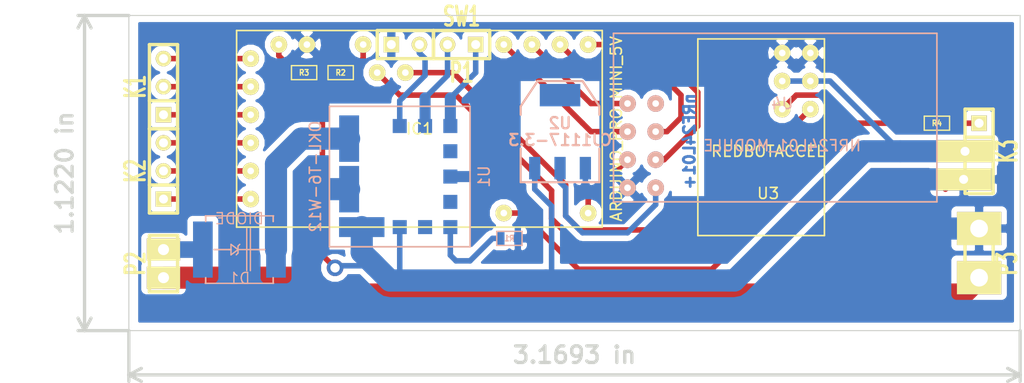
<source format=kicad_pcb>
(kicad_pcb (version 3) (host pcbnew "(2013-07-07 BZR 4022)-stable")

  (general
    (links 42)
    (no_connects 0)
    (area 9.000001 20.31873 101.63175 50.050001)
    (thickness 1.6)
    (drawings 19)
    (tracks 124)
    (zones 0)
    (modules 17)
    (nets 28)
  )

  (page A3)
  (layers
    (15 F.Cu signal)
    (0 B.Cu signal hide)
    (16 B.Adhes user)
    (17 F.Adhes user)
    (18 B.Paste user)
    (19 F.Paste user)
    (20 B.SilkS user)
    (21 F.SilkS user)
    (22 B.Mask user)
    (23 F.Mask user)
    (24 Dwgs.User user)
    (25 Cmts.User user)
    (26 Eco1.User user)
    (27 Eco2.User user)
    (28 Edge.Cuts user)
  )

  (setup
    (last_trace_width 2)
    (trace_clearance 0.254)
    (zone_clearance 0.508)
    (zone_45_only no)
    (trace_min 0.254)
    (segment_width 0.2)
    (edge_width 0.1)
    (via_size 1.5)
    (via_drill 0.85)
    (via_min_size 0.889)
    (via_min_drill 0.508)
    (uvia_size 0.508)
    (uvia_drill 0.127)
    (uvias_allowed no)
    (uvia_min_size 0.508)
    (uvia_min_drill 0.127)
    (pcb_text_width 0.3)
    (pcb_text_size 1.5 1.5)
    (mod_edge_width 0.15)
    (mod_text_size 1 1)
    (mod_text_width 0.15)
    (pad_size 2 5)
    (pad_drill 0.8128)
    (pad_to_mask_clearance 0)
    (aux_axis_origin 0 0)
    (visible_elements 7FFFFFFF)
    (pcbplotparams
      (layerselection 271613953)
      (usegerberextensions true)
      (excludeedgelayer true)
      (linewidth 0.150000)
      (plotframeref false)
      (viasonmask false)
      (mode 1)
      (useauxorigin false)
      (hpglpennumber 1)
      (hpglpenspeed 20)
      (hpglpendiameter 15)
      (hpglpenoverlay 2)
      (psnegative false)
      (psa4output false)
      (plotreference true)
      (plotvalue true)
      (plotothertext true)
      (plotinvisibletext false)
      (padsonsilk false)
      (subtractmaskfromsilk false)
      (outputformat 1)
      (mirror false)
      (drillshape 0)
      (scaleselection 1)
      (outputdirectory Gerbers/))
  )

  (net 0 "")
  (net 1 +5V)
  (net 2 /CE)
  (net 3 /CSN)
  (net 4 /LED)
  (net 5 /MISO)
  (net 6 /MOSI)
  (net 7 /SCK)
  (net 8 /SCL)
  (net 9 /SDA)
  (net 10 GND)
  (net 11 N-0000022)
  (net 12 N-0000023)
  (net 13 N-0000024)
  (net 14 N-0000025)
  (net 15 N-0000026)
  (net 16 N-0000027)
  (net 17 N-0000031)
  (net 18 N-0000032)
  (net 19 N-0000035)
  (net 20 N-0000036)
  (net 21 N-0000040)
  (net 22 N-0000041)
  (net 23 N-0000042)
  (net 24 N-0000048)
  (net 25 N-000005)
  (net 26 VAA)
  (net 27 VCC)

  (net_class Default "This is the default net class."
    (clearance 0.254)
    (trace_width 2)
    (via_dia 1.5)
    (via_drill 0.85)
    (uvia_dia 0.508)
    (uvia_drill 0.127)
    (add_net "")
    (add_net +5V)
    (add_net /CE)
    (add_net /CSN)
    (add_net /LED)
    (add_net /MISO)
    (add_net /MOSI)
    (add_net /SCK)
    (add_net /SCL)
    (add_net /SDA)
    (add_net GND)
    (add_net N-0000022)
    (add_net N-0000023)
    (add_net N-0000024)
    (add_net N-0000025)
    (add_net N-0000026)
    (add_net N-0000027)
    (add_net N-0000031)
    (add_net N-0000032)
    (add_net N-0000035)
    (add_net N-0000036)
    (add_net N-0000040)
    (add_net N-0000041)
    (add_net N-0000042)
    (add_net N-0000048)
    (add_net N-000005)
    (add_net VAA)
  )

  (net_class Power ""
    (clearance 0.254)
    (trace_width 1.5)
    (via_dia 0.889)
    (via_drill 0.635)
    (uvia_dia 0.508)
    (uvia_drill 0.127)
    (add_net VCC)
  )

  (module SOT223 (layer B.Cu) (tedit 200000) (tstamp 540105A8)
    (at 59.944 32.004 180)
    (descr "module CMS SOT223 4 pins")
    (tags "CMS SOT")
    (path /54001795)
    (attr smd)
    (fp_text reference U2 (at 0 0.762 180) (layer B.SilkS)
      (effects (font (size 1.016 1.016) (thickness 0.2032)) (justify mirror))
    )
    (fp_text value CJ1117-3.3 (at 0 -0.762 180) (layer B.SilkS)
      (effects (font (size 1.016 1.016) (thickness 0.2032)) (justify mirror))
    )
    (fp_line (start -3.556 -1.524) (end -3.556 -4.572) (layer B.SilkS) (width 0.2032))
    (fp_line (start -3.556 -4.572) (end 3.556 -4.572) (layer B.SilkS) (width 0.2032))
    (fp_line (start 3.556 -4.572) (end 3.556 -1.524) (layer B.SilkS) (width 0.2032))
    (fp_line (start -3.556 1.524) (end -3.556 2.286) (layer B.SilkS) (width 0.2032))
    (fp_line (start -3.556 2.286) (end -2.032 4.572) (layer B.SilkS) (width 0.2032))
    (fp_line (start -2.032 4.572) (end 2.032 4.572) (layer B.SilkS) (width 0.2032))
    (fp_line (start 2.032 4.572) (end 3.556 2.286) (layer B.SilkS) (width 0.2032))
    (fp_line (start 3.556 2.286) (end 3.556 1.524) (layer B.SilkS) (width 0.2032))
    (pad 4 smd rect (at 0 3.302 180) (size 3.6576 2.032)
      (layers B.Cu B.Paste B.Mask)
    )
    (pad 2 smd rect (at 0 -3.302 180) (size 1.016 2.032)
      (layers B.Cu B.Paste B.Mask)
      (net 18 N-0000032)
    )
    (pad 3 smd rect (at 2.286 -3.302 180) (size 1.016 2.032)
      (layers B.Cu B.Paste B.Mask)
      (net 1 +5V)
    )
    (pad 1 smd rect (at -2.286 -3.302 180) (size 1.016 2.032)
      (layers B.Cu B.Paste B.Mask)
      (net 10 GND)
    )
    (model smd/SOT223.wrl
      (at (xyz 0 0 0))
      (scale (xyz 0.4 0.4 0.4))
      (rotate (xyz 0 0 0))
    )
  )

  (module SM0603 (layer B.Cu) (tedit 4E43A3D1) (tstamp 540127A1)
    (at 55.372 41.656)
    (path /5400E945)
    (attr smd)
    (fp_text reference R1 (at 0 0) (layer B.SilkS)
      (effects (font (size 0.508 0.4572) (thickness 0.1143)) (justify mirror))
    )
    (fp_text value 1.33K (at 0 0) (layer B.SilkS) hide
      (effects (font (size 0.508 0.4572) (thickness 0.1143)) (justify mirror))
    )
    (fp_line (start -1.143 0.635) (end 1.143 0.635) (layer B.SilkS) (width 0.127))
    (fp_line (start 1.143 0.635) (end 1.143 -0.635) (layer B.SilkS) (width 0.127))
    (fp_line (start 1.143 -0.635) (end -1.143 -0.635) (layer B.SilkS) (width 0.127))
    (fp_line (start -1.143 -0.635) (end -1.143 0.635) (layer B.SilkS) (width 0.127))
    (pad 1 smd rect (at -0.762 0) (size 0.635 1.143)
      (layers B.Cu B.Paste B.Mask)
      (net 11 N-0000022)
    )
    (pad 2 smd rect (at 0.762 0) (size 0.635 1.143)
      (layers B.Cu B.Paste B.Mask)
      (net 10 GND)
    )
    (model smd\resistors\R0603.wrl
      (at (xyz 0 0 0.001))
      (scale (xyz 0.5 0.5 0.5))
      (rotate (xyz 0 0 0))
    )
  )

  (module SM0603 (layer F.Cu) (tedit 4E43A3D1) (tstamp 540105BC)
    (at 93.98 31.242)
    (path /5400F45E)
    (attr smd)
    (fp_text reference R4 (at 0 0) (layer F.SilkS)
      (effects (font (size 0.508 0.4572) (thickness 0.1143)))
    )
    (fp_text value 300 (at 0 0) (layer F.SilkS) hide
      (effects (font (size 0.508 0.4572) (thickness 0.1143)))
    )
    (fp_line (start -1.143 -0.635) (end 1.143 -0.635) (layer F.SilkS) (width 0.127))
    (fp_line (start 1.143 -0.635) (end 1.143 0.635) (layer F.SilkS) (width 0.127))
    (fp_line (start 1.143 0.635) (end -1.143 0.635) (layer F.SilkS) (width 0.127))
    (fp_line (start -1.143 0.635) (end -1.143 -0.635) (layer F.SilkS) (width 0.127))
    (pad 1 smd rect (at -0.762 0) (size 0.635 1.143)
      (layers F.Cu F.Paste F.Mask)
      (net 25 N-000005)
    )
    (pad 2 smd rect (at 0.762 0) (size 0.635 1.143)
      (layers F.Cu F.Paste F.Mask)
      (net 4 /LED)
    )
    (model smd\resistors\R0603.wrl
      (at (xyz 0 0 0.001))
      (scale (xyz 0.5 0.5 0.5))
      (rotate (xyz 0 0 0))
    )
  )

  (module SM0603 (layer F.Cu) (tedit 4E43A3D1) (tstamp 540105C6)
    (at 40.132 26.67)
    (path /5400FC9D)
    (attr smd)
    (fp_text reference R2 (at 0 0) (layer F.SilkS)
      (effects (font (size 0.508 0.4572) (thickness 0.1143)))
    )
    (fp_text value 0 (at 0 0) (layer F.SilkS) hide
      (effects (font (size 0.508 0.4572) (thickness 0.1143)))
    )
    (fp_line (start -1.143 -0.635) (end 1.143 -0.635) (layer F.SilkS) (width 0.127))
    (fp_line (start 1.143 -0.635) (end 1.143 0.635) (layer F.SilkS) (width 0.127))
    (fp_line (start 1.143 0.635) (end -1.143 0.635) (layer F.SilkS) (width 0.127))
    (fp_line (start -1.143 0.635) (end -1.143 -0.635) (layer F.SilkS) (width 0.127))
    (pad 1 smd rect (at -0.762 0) (size 0.635 1.143)
      (layers F.Cu F.Paste F.Mask)
      (net 1 +5V)
    )
    (pad 2 smd rect (at 0.762 0) (size 0.635 1.143)
      (layers F.Cu F.Paste F.Mask)
      (net 21 N-0000040)
    )
    (model smd\resistors\R0603.wrl
      (at (xyz 0 0 0.001))
      (scale (xyz 0.5 0.5 0.5))
      (rotate (xyz 0 0 0))
    )
  )

  (module SM0603 (layer F.Cu) (tedit 4E43A3D1) (tstamp 540105D0)
    (at 36.83 26.67 180)
    (path /5400FCA3)
    (attr smd)
    (fp_text reference R3 (at 0 0 180) (layer F.SilkS)
      (effects (font (size 0.508 0.4572) (thickness 0.1143)))
    )
    (fp_text value 0 (at 0 0 180) (layer F.SilkS) hide
      (effects (font (size 0.508 0.4572) (thickness 0.1143)))
    )
    (fp_line (start -1.143 -0.635) (end 1.143 -0.635) (layer F.SilkS) (width 0.127))
    (fp_line (start 1.143 -0.635) (end 1.143 0.635) (layer F.SilkS) (width 0.127))
    (fp_line (start 1.143 0.635) (end -1.143 0.635) (layer F.SilkS) (width 0.127))
    (fp_line (start -1.143 0.635) (end -1.143 -0.635) (layer F.SilkS) (width 0.127))
    (pad 1 smd rect (at -0.762 0 180) (size 0.635 1.143)
      (layers F.Cu F.Paste F.Mask)
      (net 1 +5V)
    )
    (pad 2 smd rect (at 0.762 0 180) (size 0.635 1.143)
      (layers F.Cu F.Paste F.Mask)
      (net 22 N-0000041)
    )
    (model smd\resistors\R0603.wrl
      (at (xyz 0 0 0.001))
      (scale (xyz 0.5 0.5 0.5))
      (rotate (xyz 0 0 0))
    )
  )

  (module SIL-3 (layer F.Cu) (tedit 200000) (tstamp 540105DC)
    (at 24.13 27.94 90)
    (descr "Connecteur 3 pins")
    (tags "CONN DEV")
    (path /5400E87D)
    (fp_text reference K1 (at 0 -2.54 90) (layer F.SilkS)
      (effects (font (size 1.7907 1.07696) (thickness 0.3048)))
    )
    (fp_text value CONN_3 (at 0 -2.54 90) (layer F.SilkS) hide
      (effects (font (size 1.524 1.016) (thickness 0.3048)))
    )
    (fp_line (start -3.81 1.27) (end -3.81 -1.27) (layer F.SilkS) (width 0.3048))
    (fp_line (start -3.81 -1.27) (end 3.81 -1.27) (layer F.SilkS) (width 0.3048))
    (fp_line (start 3.81 -1.27) (end 3.81 1.27) (layer F.SilkS) (width 0.3048))
    (fp_line (start 3.81 1.27) (end -3.81 1.27) (layer F.SilkS) (width 0.3048))
    (fp_line (start -1.27 -1.27) (end -1.27 1.27) (layer F.SilkS) (width 0.3048))
    (pad 1 thru_hole rect (at -2.54 0 90) (size 1.397 1.397) (drill 0.8128)
      (layers *.Cu *.Mask F.SilkS)
      (net 12 N-0000023)
    )
    (pad 2 thru_hole circle (at 0 0 90) (size 1.397 1.397) (drill 0.8128)
      (layers *.Cu *.Mask F.SilkS)
      (net 24 N-0000048)
    )
    (pad 3 thru_hole circle (at 2.54 0 90) (size 1.397 1.397) (drill 0.8128)
      (layers *.Cu *.Mask F.SilkS)
      (net 23 N-0000042)
    )
  )

  (module SIL-3 (layer F.Cu) (tedit 200000) (tstamp 540105E8)
    (at 24.13 35.56 90)
    (descr "Connecteur 3 pins")
    (tags "CONN DEV")
    (path /5400E88A)
    (fp_text reference K2 (at 0 -2.54 90) (layer F.SilkS)
      (effects (font (size 1.7907 1.07696) (thickness 0.3048)))
    )
    (fp_text value CONN_3 (at 0 -2.54 90) (layer F.SilkS) hide
      (effects (font (size 1.524 1.016) (thickness 0.3048)))
    )
    (fp_line (start -3.81 1.27) (end -3.81 -1.27) (layer F.SilkS) (width 0.3048))
    (fp_line (start -3.81 -1.27) (end 3.81 -1.27) (layer F.SilkS) (width 0.3048))
    (fp_line (start 3.81 -1.27) (end 3.81 1.27) (layer F.SilkS) (width 0.3048))
    (fp_line (start 3.81 1.27) (end -3.81 1.27) (layer F.SilkS) (width 0.3048))
    (fp_line (start -1.27 -1.27) (end -1.27 1.27) (layer F.SilkS) (width 0.3048))
    (pad 1 thru_hole rect (at -2.54 0 90) (size 1.397 1.397) (drill 0.8128)
      (layers *.Cu *.Mask F.SilkS)
      (net 15 N-0000026)
    )
    (pad 2 thru_hole circle (at 0 0 90) (size 1.397 1.397) (drill 0.8128)
      (layers *.Cu *.Mask F.SilkS)
      (net 14 N-0000025)
    )
    (pad 3 thru_hole circle (at 2.54 0 90) (size 1.397 1.397) (drill 0.8128)
      (layers *.Cu *.Mask F.SilkS)
      (net 13 N-0000024)
    )
  )

  (module SIL-3 (layer F.Cu) (tedit 5402CAA7) (tstamp 540105F4)
    (at 97.79 33.782 270)
    (descr "Connecteur 3 pins")
    (tags "CONN DEV")
    (path /5400F2ED)
    (fp_text reference K3 (at 0 -2.54 270) (layer F.SilkS)
      (effects (font (size 1.7907 1.07696) (thickness 0.3048)))
    )
    (fp_text value CONN_3 (at 0 -2.54 270) (layer F.SilkS) hide
      (effects (font (size 1.524 1.016) (thickness 0.3048)))
    )
    (fp_line (start -3.81 1.27) (end -3.81 -1.27) (layer F.SilkS) (width 0.3048))
    (fp_line (start -3.81 -1.27) (end 3.81 -1.27) (layer F.SilkS) (width 0.3048))
    (fp_line (start 3.81 -1.27) (end 3.81 1.27) (layer F.SilkS) (width 0.3048))
    (fp_line (start 3.81 1.27) (end -3.81 1.27) (layer F.SilkS) (width 0.3048))
    (fp_line (start -1.27 -1.27) (end -1.27 1.27) (layer F.SilkS) (width 0.3048))
    (pad 1 thru_hole rect (at -2.54 0 270) (size 1.397 1.397) (drill 0.8128)
      (layers *.Cu *.Mask F.SilkS)
      (net 4 /LED)
    )
    (pad 2 thru_hole rect (at 0 1.27 270) (size 2 5) (drill 0.8128)
      (layers *.Cu *.Mask F.SilkS)
      (net 1 +5V)
    )
    (pad 3 thru_hole rect (at 2.54 1.397 270) (size 2 5) (drill 0.8128)
      (layers *.Cu *.Mask F.SilkS)
      (net 10 GND)
    )
  )

  (module SIL-2 (layer F.Cu) (tedit 540111BF) (tstamp 540105FE)
    (at 45.974 24.13)
    (descr "Connecteurs 2 pins")
    (tags "CONN DEV")
    (path /5400E936)
    (fp_text reference SW1 (at 5.08 -2.54) (layer F.SilkS)
      (effects (font (size 1.72974 1.08712) (thickness 0.3048)))
    )
    (fp_text value SPST (at 0 -2.54) (layer F.SilkS) hide
      (effects (font (size 1.524 1.016) (thickness 0.3048)))
    )
    (fp_line (start -2.54 1.27) (end -2.54 -1.27) (layer F.SilkS) (width 0.3048))
    (fp_line (start -2.54 -1.27) (end 2.54 -1.27) (layer F.SilkS) (width 0.3048))
    (fp_line (start 2.54 -1.27) (end 2.54 1.27) (layer F.SilkS) (width 0.3048))
    (fp_line (start 2.54 1.27) (end -2.54 1.27) (layer F.SilkS) (width 0.3048))
    (pad 1 thru_hole rect (at -1.27 0) (size 1.397 1.397) (drill 0.8128)
      (layers *.Cu *.Mask F.SilkS)
      (net 10 GND)
    )
    (pad 2 thru_hole circle (at 1.27 0) (size 1.397 1.397) (drill 0.8128)
      (layers *.Cu *.Mask F.SilkS)
      (net 16 N-0000027)
    )
  )

  (module SIL-2 (layer F.Cu) (tedit 200000) (tstamp 54010608)
    (at 51.054 24.13 180)
    (descr "Connecteurs 2 pins")
    (tags "CONN DEV")
    (path /5400F7F1)
    (fp_text reference P1 (at 0 -2.54 180) (layer F.SilkS)
      (effects (font (size 1.72974 1.08712) (thickness 0.3048)))
    )
    (fp_text value CONN_2 (at 0 -2.54 180) (layer F.SilkS) hide
      (effects (font (size 1.524 1.016) (thickness 0.3048)))
    )
    (fp_line (start -2.54 1.27) (end -2.54 -1.27) (layer F.SilkS) (width 0.3048))
    (fp_line (start -2.54 -1.27) (end 2.54 -1.27) (layer F.SilkS) (width 0.3048))
    (fp_line (start 2.54 -1.27) (end 2.54 1.27) (layer F.SilkS) (width 0.3048))
    (fp_line (start 2.54 1.27) (end -2.54 1.27) (layer F.SilkS) (width 0.3048))
    (pad 1 thru_hole rect (at -1.27 0 180) (size 1.397 1.397) (drill 0.8128)
      (layers *.Cu *.Mask F.SilkS)
      (net 20 N-0000036)
    )
    (pad 2 thru_hole circle (at 1.27 0 180) (size 1.397 1.397) (drill 0.8128)
      (layers *.Cu *.Mask F.SilkS)
      (net 19 N-0000035)
    )
  )

  (module RedBotAccel (layer F.Cu) (tedit 540103FC) (tstamp 54010B61)
    (at 82.55 24.892)
    (path /53FE7A8E)
    (fp_text reference U3 (at -3.81 12.7) (layer F.SilkS)
      (effects (font (size 1 1) (thickness 0.15)))
    )
    (fp_text value REDBOTACCEL (at -3.81 8.89) (layer F.SilkS)
      (effects (font (size 1 1) (thickness 0.15)))
    )
    (fp_line (start 1.27 -1.27) (end -10.16 -1.27) (layer F.SilkS) (width 0.15))
    (fp_line (start -10.16 -1.27) (end -10.16 16.51) (layer F.SilkS) (width 0.15))
    (fp_line (start -10.16 16.51) (end 1.27 16.51) (layer F.SilkS) (width 0.15))
    (fp_line (start 1.27 16.51) (end 1.27 -1.27) (layer F.SilkS) (width 0.15))
    (pad 2 thru_hole circle (at -2.54 0) (size 1.5 1.5) (drill 0.6)
      (layers *.Cu *.Mask F.SilkS)
      (net 10 GND)
    )
    (pad 2 thru_hole circle (at 0 0) (size 1.5 1.5) (drill 0.6)
      (layers *.Cu *.Mask F.SilkS)
      (net 10 GND)
    )
    (pad 1 thru_hole circle (at -2.54 2.54) (size 1.5 1.5) (drill 0.6)
      (layers *.Cu *.Mask F.SilkS)
      (net 1 +5V)
    )
    (pad 1 thru_hole circle (at 0 2.54) (size 1.5 1.5) (drill 0.6)
      (layers *.Cu *.Mask F.SilkS)
      (net 1 +5V)
    )
    (pad 3 thru_hole circle (at -2.54 5.08) (size 1.5 1.5) (drill 0.6)
      (layers *.Cu *.Mask F.SilkS)
      (net 8 /SCL)
    )
    (pad 4 thru_hole circle (at 0 5.08) (size 1.5 1.5) (drill 0.6)
      (layers *.Cu *.Mask F.SilkS)
      (net 9 /SDA)
    )
  )

  (module OKL-T6-W12 (layer B.Cu) (tedit 54010087) (tstamp 5401062A)
    (at 45.466 36.068 270)
    (path /53FE95D6)
    (fp_text reference U1 (at 0 -7.62 270) (layer B.SilkS)
      (effects (font (size 1 1) (thickness 0.15)) (justify mirror))
    )
    (fp_text value OKL-T6-W12 (at 0 7.62 270) (layer B.SilkS)
      (effects (font (size 1 1) (thickness 0.15)) (justify mirror))
    )
    (fp_line (start 6.35 6.35) (end -6.35 6.35) (layer B.SilkS) (width 0.15))
    (fp_line (start -6.35 6.35) (end -6.35 -6.35) (layer B.SilkS) (width 0.15))
    (fp_line (start -6.35 -6.35) (end 6.35 -6.35) (layer B.SilkS) (width 0.15))
    (fp_line (start 6.35 -6.35) (end 6.35 6.35) (layer B.SilkS) (width 0.15))
    (pad 1 smd rect (at -4.57 0 270) (size 1.27 1.27)
      (layers B.Cu B.Paste B.Mask)
      (net 16 N-0000027)
    )
    (pad 2 smd rect (at -3.43 4.57 270) (size 4.2 1.8)
      (layers B.Cu B.Paste B.Mask)
      (net 17 N-0000031)
    )
    (pad 3 smd rect (at 1.14 4.57 270) (size 4.2 1.8)
      (layers B.Cu B.Paste B.Mask)
      (net 10 GND)
    )
    (pad 4 smd rect (at 4.57 3.43 270) (size 1.8 4.1)
      (layers B.Cu B.Paste B.Mask)
      (net 1 +5V)
    )
    (pad 5 smd rect (at 4.57 0 270) (size 1.27 1.27)
      (layers B.Cu B.Paste B.Mask)
      (net 1 +5V)
    )
    (pad 6 smd rect (at 4.57 -4.57 270) (size 1.27 1.27)
      (layers B.Cu B.Paste B.Mask)
      (net 11 N-0000022)
    )
    (pad 7 smd rect (at 0 -4.57 270) (size 1.27 1.27)
      (layers B.Cu B.Paste B.Mask)
      (net 10 GND)
    )
    (pad 8 smd rect (at -2.29 -4.57 270) (size 1.27 1.27)
      (layers B.Cu B.Paste B.Mask)
    )
    (pad 9 smd rect (at -4.57 -4.57 270) (size 1.27 1.27)
      (layers B.Cu B.Paste B.Mask)
      (net 20 N-0000036)
    )
    (pad 10 smd rect (at -4.57 -2.29 270) (size 1.27 1.27)
      (layers B.Cu B.Paste B.Mask)
      (net 19 N-0000035)
    )
    (pad 11 smd rect (at 4.57 -2.29 270) (size 1.27 1.27)
      (layers B.Cu B.Paste B.Mask)
    )
    (pad 12 smd rect (at 2.29 -4.57 270) (size 1.27 1.27)
      (layers B.Cu B.Paste B.Mask)
    )
  )

  (module nRF24L01_Module (layer B.Cu) (tedit 54010528) (tstamp 5401063A)
    (at 66.04 37.084)
    (path /53FE90D5)
    (fp_text reference U4 (at 13.97 -7.62) (layer B.SilkS)
      (effects (font (size 1 1) (thickness 0.15)) (justify mirror))
    )
    (fp_text value NRF24L01_MODULE (at 13.97 -3.81) (layer B.SilkS)
      (effects (font (size 1 1) (thickness 0.15)) (justify mirror))
    )
    (fp_line (start -1.27 1.27) (end -1.27 -13.97) (layer B.SilkS) (width 0.15))
    (fp_line (start -1.27 -13.97) (end 27.94 -13.97) (layer B.SilkS) (width 0.15))
    (fp_line (start 27.94 -13.97) (end 27.94 1.27) (layer B.SilkS) (width 0.15))
    (fp_line (start 27.94 1.27) (end -1.27 1.27) (layer B.SilkS) (width 0.15))
    (pad 1 thru_hole circle (at 0 0) (size 1.5 1.5) (drill 0.6)
      (layers *.Cu *.Mask B.SilkS)
      (net 10 GND)
    )
    (pad 2 thru_hole circle (at 2.54 0) (size 1.5 1.5) (drill 0.6)
      (layers *.Cu *.Mask B.SilkS)
      (net 18 N-0000032)
    )
    (pad 3 thru_hole circle (at 0 -2.54) (size 1.5 1.5) (drill 0.6)
      (layers *.Cu *.Mask B.SilkS)
      (net 2 /CE)
    )
    (pad 4 thru_hole circle (at 2.54 -2.54) (size 1.5 1.5) (drill 0.6)
      (layers *.Cu *.Mask B.SilkS)
      (net 3 /CSN)
    )
    (pad 5 thru_hole circle (at 0 -5.08) (size 1.5 1.5) (drill 0.6)
      (layers *.Cu *.Mask B.SilkS)
      (net 7 /SCK)
    )
    (pad 6 thru_hole circle (at 2.54 -5.08) (size 1.5 1.5) (drill 0.6)
      (layers *.Cu *.Mask B.SilkS)
      (net 6 /MOSI)
    )
    (pad 7 thru_hole circle (at 0 -7.62) (size 1.5 1.5) (drill 0.6)
      (layers *.Cu *.Mask B.SilkS)
      (net 5 /MISO)
    )
    (pad 8 thru_hole circle (at 2.54 -7.62) (size 1.5 1.5) (drill 0.6)
      (layers *.Cu *.Mask B.SilkS)
    )
  )

  (module SIL-2 (layer F.Cu) (tedit 5402BDAD) (tstamp 54010B8E)
    (at 24.13 43.942 90)
    (descr "Connecteurs 2 pins")
    (tags "CONN DEV")
    (path /54010B89)
    (fp_text reference P2 (at 0 -2.54 90) (layer F.SilkS)
      (effects (font (size 1.72974 1.08712) (thickness 0.3048)))
    )
    (fp_text value CONN_2 (at 0 -2.54 90) (layer F.SilkS) hide
      (effects (font (size 1.524 1.016) (thickness 0.3048)))
    )
    (fp_line (start -2.54 1.27) (end -2.54 -1.27) (layer F.SilkS) (width 0.3048))
    (fp_line (start -2.54 -1.27) (end 2.54 -1.27) (layer F.SilkS) (width 0.3048))
    (fp_line (start 2.54 -1.27) (end 2.54 1.27) (layer F.SilkS) (width 0.3048))
    (fp_line (start 2.54 1.27) (end -2.54 1.27) (layer F.SilkS) (width 0.3048))
    (pad 1 thru_hole rect (at -1.27 0 90) (size 2 3) (drill 1)
      (layers *.Cu *.Mask F.SilkS)
      (net 26 VAA)
    )
    (pad 2 thru_hole rect (at 1.27 0 90) (size 2 3) (drill 1)
      (layers *.Cu *.Mask F.SilkS)
      (net 27 VCC)
    )
  )

  (module ArduinoProMini-5V-reduced (layer F.Cu) (tedit 540267C9) (tstamp 540127EF)
    (at 47.244 31.75 270)
    (descr ArduinoProMini-5V-reduced)
    (tags Arduino)
    (path /53FE524D)
    (fp_text reference IC1 (at 0 0 360) (layer F.SilkS)
      (effects (font (size 1 1) (thickness 0.15)))
    )
    (fp_text value ARDUINO_PRO_MINI_5V (at 0 -17.78 270) (layer F.SilkS)
      (effects (font (size 1 1) (thickness 0.15)))
    )
    (fp_line (start -8.89 -16.51) (end -8.89 16.51) (layer F.SilkS) (width 0.15))
    (fp_line (start -8.89 16.51) (end 8.89 16.51) (layer F.SilkS) (width 0.15))
    (fp_line (start 8.89 16.51) (end 8.89 -16.51) (layer F.SilkS) (width 0.15))
    (fp_line (start 8.89 -16.51) (end -8.89 -16.51) (layer F.SilkS) (width 0.15))
    (pad 9 thru_hole circle (at 7.62 -7.62 270) (size 1.5 1.5) (drill 0.6)
      (layers *.Cu *.Mask F.SilkS)
      (net 25 N-000005)
    )
    (pad 12 thru_hole circle (at 7.62 -15.24 270) (size 1.5 1.5) (drill 0.6)
      (layers *.Cu *.Mask F.SilkS)
      (net 2 /CE)
    )
    (pad 13 thru_hole circle (at -7.62 -15.24 270) (size 1.5 1.5) (drill 0.6)
      (layers *.Cu *.Mask F.SilkS)
      (net 3 /CSN)
    )
    (pad 14 thru_hole circle (at -7.62 -12.7 270) (size 1.5 1.5) (drill 0.6)
      (layers *.Cu *.Mask F.SilkS)
      (net 6 /MOSI)
    )
    (pad 15 thru_hole circle (at -7.62 -10.16 270) (size 1.5 1.5) (drill 0.6)
      (layers *.Cu *.Mask F.SilkS)
      (net 5 /MISO)
    )
    (pad 16 thru_hole circle (at -7.62 -7.62 270) (size 1.5 1.5) (drill 0.6)
      (layers *.Cu *.Mask F.SilkS)
      (net 7 /SCK)
    )
    (pad 21 thru_hole circle (at -5.08 1.27 270) (size 1.5 1.5) (drill 0.6)
      (layers *.Cu *.Mask F.SilkS)
      (net 9 /SDA)
    )
    (pad 22 thru_hole circle (at -5.08 3.81 270) (size 1.5 1.5) (drill 0.6)
      (layers *.Cu *.Mask F.SilkS)
      (net 8 /SCL)
    )
    (pad 25 thru_hole circle (at -7.62 5.08 270) (size 1.5 1.5) (drill 0.6)
      (layers *.Cu *.Mask F.SilkS)
      (net 21 N-0000040)
    )
    (pad 27 thru_hole circle (at -7.62 10.16 270) (size 1.5 1.5) (drill 0.6)
      (layers *.Cu *.Mask F.SilkS)
      (net 10 GND)
    )
    (pad 28 thru_hole circle (at -7.62 12.7 270) (size 1.5 1.5) (drill 0.6)
      (layers *.Cu *.Mask F.SilkS)
      (net 22 N-0000041)
    )
    (pad 29 thru_hole circle (at -6.35 15.24 270) (size 1.5 1.5) (drill 0.6)
      (layers *.Cu *.Mask F.SilkS)
      (net 23 N-0000042)
    )
    (pad 30 thru_hole circle (at -3.81 15.24 270) (size 1.5 1.5) (drill 0.6)
      (layers *.Cu *.Mask F.SilkS)
      (net 24 N-0000048)
    )
    (pad 31 thru_hole circle (at -1.27 15.24 270) (size 1.5 1.5) (drill 0.6)
      (layers *.Cu *.Mask F.SilkS)
      (net 12 N-0000023)
    )
    (pad 32 thru_hole circle (at 1.27 15.24 270) (size 1.5 1.5) (drill 0.6)
      (layers *.Cu *.Mask F.SilkS)
      (net 13 N-0000024)
    )
    (pad 33 thru_hole circle (at 3.81 15.24 270) (size 1.5 1.5) (drill 0.6)
      (layers *.Cu *.Mask F.SilkS)
      (net 14 N-0000025)
    )
    (pad 34 thru_hole circle (at 6.35 15.24 270) (size 1.5 1.5) (drill 0.6)
      (layers *.Cu *.Mask F.SilkS)
      (net 15 N-0000026)
    )
  )

  (module SIL-2 (layer F.Cu) (tedit 5402C150) (tstamp 5402C15D)
    (at 97.79 43.942 270)
    (descr "Connecteurs 2 pins")
    (tags "CONN DEV")
    (path /54026DAF)
    (fp_text reference P3 (at 0 -2.54 270) (layer F.SilkS)
      (effects (font (size 1.72974 1.08712) (thickness 0.3048)))
    )
    (fp_text value CONN_2 (at 0 -2.54 270) (layer F.SilkS) hide
      (effects (font (size 1.524 1.016) (thickness 0.3048)))
    )
    (fp_line (start -2.54 1.27) (end -2.54 -1.27) (layer F.SilkS) (width 0.3048))
    (fp_line (start -2.54 -1.27) (end 2.54 -1.27) (layer F.SilkS) (width 0.3048))
    (fp_line (start 2.54 -1.27) (end 2.54 1.27) (layer F.SilkS) (width 0.3048))
    (fp_line (start 2.54 1.27) (end -2.54 1.27) (layer F.SilkS) (width 0.3048))
    (pad 1 thru_hole rect (at -3.175 0 270) (size 3 4) (drill 1.6)
      (layers *.Cu *.Mask F.SilkS)
      (net 10 GND)
    )
    (pad 2 thru_hole rect (at 1.27 0 270) (size 3 4) (drill 1.6)
      (layers *.Cu *.Mask F.SilkS)
      (net 26 VAA)
    )
  )

  (module "DO-214AB(HSMC)" (layer B.Cu) (tedit 540265DD) (tstamp 5402A094)
    (at 30.988 42.672)
    (descr "DO-214AB (HSMC)  PACKAGE.")
    (tags "DO-214AB HSMC")
    (path /54026191)
    (attr smd)
    (fp_text reference D1 (at 0 2.60096) (layer B.SilkS)
      (effects (font (size 1.00076 1.00076) (thickness 0.11938)) (justify mirror))
    )
    (fp_text value DIODE (at 0 -2.79908) (layer B.SilkS)
      (effects (font (size 1.00076 1.00076) (thickness 0.11938)) (justify mirror))
    )
    (fp_line (start 1.016 0) (end 2.286 0) (layer B.SilkS) (width 0.15))
    (fp_line (start -0.762 0) (end -2.286 0) (layer B.SilkS) (width 0.15))
    (fp_line (start 3.048 -3.048) (end 3.048 -2.54) (layer B.SilkS) (width 0.15))
    (fp_line (start -3.048 -3.048) (end -3.048 -2.54) (layer B.SilkS) (width 0.15))
    (fp_line (start 3.048 3.048) (end 3.048 2.54) (layer B.SilkS) (width 0.15))
    (fp_line (start -3.048 3.048) (end -3.048 2.54) (layer B.SilkS) (width 0.15))
    (fp_line (start -0.762 0) (end -0.9652 0) (layer B.SilkS) (width 0.127))
    (fp_line (start -3.09 3.05) (end 3.09 3.05) (layer B.SilkS) (width 0.127))
    (fp_line (start 0.6604 -1.905) (end 0.6604 1.905) (layer B.SilkS) (width 0.127))
    (fp_line (start 0.9906 -1.905) (end 0.9906 1.905) (layer B.SilkS) (width 0.127))
    (fp_line (start -3.09 -3.05) (end 3.09 -3.05) (layer B.SilkS) (width 0.127))
    (fp_line (start -0.127 0) (end -0.762 0.47498) (layer B.SilkS) (width 0.127))
    (fp_line (start -0.762 0.47498) (end -0.762 0) (layer B.SilkS) (width 0.127))
    (fp_line (start -0.762 0) (end -0.762 -0.47498) (layer B.SilkS) (width 0.127))
    (fp_line (start -0.762 -0.47498) (end -0.127 0) (layer B.SilkS) (width 0.127))
    (fp_line (start -0.127 0) (end -0.127 0.3175) (layer B.SilkS) (width 0.127))
    (fp_line (start -0.127 0.3175) (end -0.28448 0.47498) (layer B.SilkS) (width 0.127))
    (fp_line (start -0.127 0) (end -0.127 -0.3175) (layer B.SilkS) (width 0.127))
    (fp_line (start -0.127 -0.3175) (end 0.03048 -0.47498) (layer B.SilkS) (width 0.127))
    (fp_line (start -0.127 0) (end 0.98298 0) (layer B.SilkS) (width 0.127))
    (pad 1 smd rect (at -3.302 0) (size 1.778 5.08)
      (layers B.Cu B.Paste B.Mask)
      (net 27 VCC)
    )
    (pad 2 smd rect (at 3.302 0) (size 1.778 5.08)
      (layers B.Cu B.Paste B.Mask)
      (net 17 N-0000031)
    )
    (model smd/do214.wrl
      (at (xyz 0 0 0))
      (scale (xyz 1 1 1))
      (rotate (xyz 0 0 0))
    )
  )

  (gr_text nRF24L01+ (at 71.628 32.893 90) (layer B.Cu)
    (effects (font (size 1 1) (thickness 0.25)) (justify mirror))
  )
  (dimension 80.5 (width 0.3) (layer Edge.Cuts)
    (gr_text "80.500 mm" (at 61.25 55.349999) (layer Edge.Cuts)
      (effects (font (size 1.5 1.5) (thickness 0.3)))
    )
    (feature1 (pts (xy 21 50) (xy 21 56.699999)))
    (feature2 (pts (xy 101.5 50) (xy 101.5 56.699999)))
    (crossbar (pts (xy 101.5 53.999999) (xy 21 53.999999)))
    (arrow1a (pts (xy 21 53.999999) (xy 22.126503 53.413579)))
    (arrow1b (pts (xy 21 53.999999) (xy 22.126503 54.586419)))
    (arrow2a (pts (xy 101.5 53.999999) (xy 100.373497 53.413579)))
    (arrow2b (pts (xy 101.5 53.999999) (xy 100.373497 54.586419)))
  )
  (gr_text "ACCEL\n" (at 77.216 27.686 90) (layer F.Cu)
    (effects (font (size 1 1) (thickness 0.25)))
  )
  (gr_text Battery (at 29.21 47.752) (layer F.Cu)
    (effects (font (size 1 1) (thickness 0.25)))
  )
  (gr_text colinho (at 97.663 25.781) (layer F.Cu)
    (effects (font (size 1 1) (thickness 0.25)))
  )
  (gr_text "LEDlightTensegrity v1" (at 92.329 23.876) (layer F.Cu)
    (effects (font (size 1 1) (thickness 0.25)))
  )
  (gr_text "-\n" (at 24.13 47.752 180) (layer F.Cu)
    (effects (font (size 2 2) (thickness 0.5)))
  )
  (gr_text + (at 27.305 42.418 90) (layer F.Cu)
    (effects (font (size 2 2) (thickness 0.5)))
  )
  (gr_text Battery (at 91.186 42.164 90) (layer F.Cu)
    (effects (font (size 1 1) (thickness 0.25)))
  )
  (gr_text "-\n" (at 94.615 36.449 90) (layer F.Cu)
    (effects (font (size 2 2) (thickness 0.5)))
  )
  (gr_text + (at 93.472 44.323 90) (layer F.Cu)
    (effects (font (size 2 2) (thickness 0.5)))
  )
  (gr_text "-\n" (at 93.472 40.64 90) (layer F.Cu)
    (effects (font (size 2 2) (thickness 0.5)))
  )
  (dimension 28.5 (width 0.3) (layer Edge.Cuts)
    (gr_text "28.500 mm" (at 15.65 35.75 90) (layer Edge.Cuts)
      (effects (font (size 1.5 1.5) (thickness 0.3)))
    )
    (feature1 (pts (xy 21 21.5) (xy 14.3 21.5)))
    (feature2 (pts (xy 21 50) (xy 14.3 50)))
    (crossbar (pts (xy 17 50) (xy 17 21.5)))
    (arrow1a (pts (xy 17 21.5) (xy 17.58642 22.626503)))
    (arrow1b (pts (xy 17 21.5) (xy 16.41358 22.626503)))
    (arrow2a (pts (xy 17 50) (xy 17.58642 48.873497)))
    (arrow2b (pts (xy 17 50) (xy 16.41358 48.873497)))
  )
  (gr_line (start 101.5 50) (end 101.5 21.5) (angle 90) (layer Edge.Cuts) (width 0.1))
  (gr_line (start 21 50) (end 101.5 50) (angle 90) (layer Edge.Cuts) (width 0.1))
  (gr_line (start 21 21.5) (end 21 50) (angle 90) (layer Edge.Cuts) (width 0.1))
  (gr_line (start 21 21.5) (end 101.5 21.5) (angle 90) (layer Edge.Cuts) (width 0.1))
  (gr_text 5 (at 94.615 33.655 90) (layer F.Cu)
    (effects (font (size 2 2) (thickness 0.5)))
  )
  (gr_text S (at 97.79 28.575 90) (layer F.Cu)
    (effects (font (size 2 2) (thickness 0.5)))
  )

  (segment (start 82.55 27.432) (end 84.201 27.432) (width 0.5) (layer B.Cu) (net 1) (status 400000))
  (segment (start 84.328 27.432) (end 90.678 33.782) (width 0.5) (layer B.Cu) (net 1) (tstamp 5402CAF1))
  (segment (start 84.201 27.432) (end 84.328 27.432) (width 0.5) (layer B.Cu) (net 1) (tstamp 5402CAEB))
  (segment (start 96.52 33.782) (end 90.678 33.782) (width 2) (layer B.Cu) (net 1) (status 400000))
  (segment (start 90.678 33.782) (end 87.376 33.782) (width 2) (layer B.Cu) (net 1) (tstamp 5402CAF4))
  (segment (start 73.025 45.466) (end 58.674 45.466) (width 2) (layer B.Cu) (net 1))
  (segment (start 75.692 45.466) (end 87.376 33.782) (width 2) (layer B.Cu) (net 1) (tstamp 5402CADD))
  (segment (start 75.184 45.466) (end 75.692 45.466) (width 2) (layer B.Cu) (net 1) (tstamp 5402CAD3))
  (segment (start 73.025 45.466) (end 75.184 45.466) (width 2) (layer B.Cu) (net 1) (tstamp 5402CACF))
  (segment (start 57.658 35.306) (end 57.658 37.211) (width 0.5) (layer B.Cu) (net 1))
  (segment (start 59.182 44.958) (end 58.674 45.466) (width 0.5) (layer B.Cu) (net 1) (tstamp 5402BEF9))
  (segment (start 59.182 38.735) (end 59.182 44.958) (width 0.5) (layer B.Cu) (net 1) (tstamp 5402BEF2))
  (segment (start 57.658 37.211) (end 59.182 38.735) (width 0.5) (layer B.Cu) (net 1) (tstamp 5402BEF0))
  (segment (start 38.481 26.67) (end 38.481 43.18) (width 0.5) (layer F.Cu) (net 1))
  (segment (start 39.8145 44.1325) (end 43.2435 44.1325) (width 0.5) (layer B.Cu) (net 1) (tstamp 5402BD08))
  (segment (start 39.624 44.323) (end 39.8145 44.1325) (width 0.5) (layer B.Cu) (net 1) (tstamp 5402BD07))
  (via (at 39.624 44.323) (size 1.5) (layers F.Cu B.Cu) (net 1))
  (segment (start 38.481 43.18) (end 39.624 44.323) (width 0.5) (layer F.Cu) (net 1) (tstamp 5402BCFB))
  (segment (start 42.036 42.926) (end 42.037 42.926) (width 2) (layer B.Cu) (net 1))
  (segment (start 42.036 40.638) (end 42.036 42.926) (width 2) (layer B.Cu) (net 1))
  (segment (start 42.037 42.926) (end 43.2435 44.1325) (width 2) (layer B.Cu) (net 1) (tstamp 5402BC6F))
  (segment (start 42.799 43.688) (end 44.577 45.466) (width 2) (layer B.Cu) (net 1) (tstamp 5402BCC0))
  (segment (start 43.2435 44.1325) (end 42.799 43.688) (width 2) (layer B.Cu) (net 1) (tstamp 5402BD0B))
  (segment (start 44.577 45.466) (end 58.674 45.466) (width 2) (layer B.Cu) (net 1) (tstamp 5402BC7B))
  (segment (start 45.466 40.638) (end 45.466 45.72) (width 0.5) (layer B.Cu) (net 1))
  (segment (start 37.592 26.67) (end 38.481 26.67) (width 0.5) (layer F.Cu) (net 1))
  (segment (start 38.481 26.67) (end 38.354 26.67) (width 0.5) (layer F.Cu) (net 1) (tstamp 5402BCF9))
  (segment (start 38.354 26.67) (end 39.37 26.67) (width 0.5) (layer F.Cu) (net 1) (tstamp 54013441))
  (segment (start 80.01 27.432) (end 82.55 27.432) (width 0.5) (layer B.Cu) (net 1))
  (segment (start 66.04 34.544) (end 62.484 38.1) (width 0.5) (layer F.Cu) (net 2))
  (segment (start 62.484 38.1) (end 62.484 39.37) (width 0.5) (layer F.Cu) (net 2) (tstamp 5402BF9B))
  (segment (start 62.484 24.13) (end 68.072 24.13) (width 0.5) (layer F.Cu) (net 3))
  (segment (start 68.072 24.13) (end 69.85 25.908) (width 0.5) (layer F.Cu) (net 3) (tstamp 5402BA8C))
  (segment (start 69.342 34.544) (end 68.58 34.544) (width 0.5) (layer F.Cu) (net 3) (tstamp 5401146D))
  (segment (start 72.39 31.496) (end 69.342 34.544) (width 0.5) (layer F.Cu) (net 3) (tstamp 54011469))
  (segment (start 72.39 28.448) (end 72.39 31.496) (width 0.5) (layer F.Cu) (net 3) (tstamp 54011464))
  (segment (start 69.596 25.654) (end 69.85 25.908) (width 0.5) (layer F.Cu) (net 3) (tstamp 54011463))
  (segment (start 69.85 25.908) (end 72.39 28.448) (width 0.5) (layer F.Cu) (net 3) (tstamp 5402BA91))
  (segment (start 94.742 31.242) (end 97.79 31.242) (width 0.5) (layer F.Cu) (net 4))
  (segment (start 66.04 29.464) (end 62.738 29.464) (width 0.5) (layer F.Cu) (net 5))
  (segment (start 62.738 29.464) (end 57.404 24.13) (width 0.5) (layer F.Cu) (net 5) (tstamp 5402BA9F))
  (segment (start 59.944 24.13) (end 62.23 26.416) (width 0.5) (layer F.Cu) (net 6))
  (segment (start 69.596 27.432) (end 70.866 28.702) (width 0.5) (layer F.Cu) (net 6) (tstamp 54011456))
  (segment (start 70.866 28.702) (end 70.866 30.734) (width 0.5) (layer F.Cu) (net 6) (tstamp 54011457))
  (segment (start 70.866 30.734) (end 69.596 32.004) (width 0.5) (layer F.Cu) (net 6) (tstamp 5401145A))
  (segment (start 69.596 32.004) (end 68.58 32.004) (width 0.5) (layer F.Cu) (net 6) (tstamp 5401145D))
  (segment (start 68.58 26.416) (end 69.596 27.432) (width 0.5) (layer F.Cu) (net 6) (tstamp 5402BA97))
  (segment (start 62.23 26.416) (end 68.58 26.416) (width 0.5) (layer F.Cu) (net 6) (tstamp 5402BA93))
  (segment (start 54.864 24.13) (end 61.976 31.242) (width 0.5) (layer F.Cu) (net 7))
  (segment (start 62.738 32.004) (end 66.04 32.004) (width 0.5) (layer F.Cu) (net 7) (tstamp 5402BAAF))
  (segment (start 61.976 31.242) (end 62.738 32.004) (width 0.5) (layer F.Cu) (net 7) (tstamp 5402BAAA))
  (segment (start 80.01 29.972) (end 81.28 28.702) (width 0.5) (layer F.Cu) (net 8))
  (segment (start 45.466 28.702) (end 43.434 26.67) (width 0.5) (layer F.Cu) (net 8) (tstamp 5402BA6A))
  (segment (start 50.546 28.702) (end 45.466 28.702) (width 0.5) (layer F.Cu) (net 8) (tstamp 5402BA66))
  (segment (start 59.182 37.338) (end 50.546 28.702) (width 0.5) (layer F.Cu) (net 8) (tstamp 5402BA5F))
  (segment (start 59.182 39.878) (end 59.182 37.338) (width 0.5) (layer F.Cu) (net 8) (tstamp 5402BA5C))
  (segment (start 61.468 42.164) (end 59.182 39.878) (width 0.5) (layer F.Cu) (net 8) (tstamp 5402BA58))
  (segment (start 72.644 42.164) (end 61.468 42.164) (width 0.5) (layer F.Cu) (net 8) (tstamp 5402BA4D))
  (segment (start 84.328 30.48) (end 72.644 42.164) (width 0.5) (layer F.Cu) (net 8) (tstamp 5402BA44))
  (segment (start 84.328 29.21) (end 84.328 30.48) (width 0.5) (layer F.Cu) (net 8) (tstamp 5402BA3F))
  (segment (start 83.82 28.702) (end 84.328 29.21) (width 0.5) (layer F.Cu) (net 8) (tstamp 5402BA3D))
  (segment (start 81.28 28.702) (end 83.82 28.702) (width 0.5) (layer F.Cu) (net 8) (tstamp 5402BA39))
  (segment (start 82.55 29.972) (end 73.152 39.37) (width 0.5) (layer F.Cu) (net 9))
  (segment (start 50.292 26.67) (end 45.974 26.67) (width 0.5) (layer F.Cu) (net 9) (tstamp 5402BA0C))
  (segment (start 60.452 36.83) (end 50.292 26.67) (width 0.5) (layer F.Cu) (net 9) (tstamp 5402BA05))
  (segment (start 60.452 39.624) (end 60.452 36.83) (width 0.5) (layer F.Cu) (net 9) (tstamp 5402BA00))
  (segment (start 61.722 40.894) (end 60.452 39.624) (width 0.5) (layer F.Cu) (net 9) (tstamp 5402B9E6))
  (segment (start 71.628 40.894) (end 61.722 40.894) (width 0.5) (layer F.Cu) (net 9) (tstamp 5402B9D1))
  (segment (start 73.152 39.37) (end 71.628 40.894) (width 0.5) (layer F.Cu) (net 9) (tstamp 5402B9CD))
  (segment (start 96.393 36.322) (end 92.202 36.322) (width 2) (layer B.Cu) (net 10) (status 400000))
  (segment (start 97.79 40.767) (end 93.472 40.767) (width 2) (layer B.Cu) (net 10))
  (segment (start 62.23 35.306) (end 62.23 37.211) (width 0.5) (layer B.Cu) (net 10))
  (segment (start 40.896 37.208) (end 38.103 37.208) (width 2) (layer B.Cu) (net 10))
  (segment (start 38.103 37.208) (end 38.1 37.211) (width 1) (layer B.Cu) (net 10) (tstamp 54011746))
  (segment (start 50.036 36.068) (end 52.578 36.068) (width 1) (layer B.Cu) (net 10))
  (segment (start 50.036 40.638) (end 50.036 43.178) (width 0.5) (layer B.Cu) (net 11))
  (segment (start 53.848 41.656) (end 54.61 41.656) (width 0.5) (layer B.Cu) (net 11) (tstamp 5402BC3B))
  (segment (start 51.816 43.688) (end 53.848 41.656) (width 0.5) (layer B.Cu) (net 11) (tstamp 5402BC38))
  (segment (start 50.546 43.688) (end 51.816 43.688) (width 0.5) (layer B.Cu) (net 11) (tstamp 5402BC31))
  (segment (start 50.036 43.178) (end 50.546 43.688) (width 0.5) (layer B.Cu) (net 11) (tstamp 5402BC2E))
  (segment (start 24.13 30.48) (end 32.004 30.48) (width 0.5) (layer F.Cu) (net 12))
  (segment (start 24.13 33.02) (end 32.004 33.02) (width 0.5) (layer F.Cu) (net 13))
  (segment (start 24.13 35.56) (end 32.004 35.56) (width 0.5) (layer F.Cu) (net 14))
  (segment (start 24.13 38.1) (end 32.004 38.1) (width 0.5) (layer F.Cu) (net 15))
  (segment (start 47.244 24.13) (end 47.244 24.892) (width 0.5) (layer B.Cu) (net 16))
  (segment (start 45.466 29.21) (end 45.466 31.498) (width 0.5) (layer B.Cu) (net 16) (tstamp 540133E1))
  (segment (start 45.72 28.956) (end 45.466 29.21) (width 0.5) (layer B.Cu) (net 16) (tstamp 540133E0))
  (segment (start 47.752 26.924) (end 45.72 28.956) (width 0.5) (layer B.Cu) (net 16) (tstamp 540133DB))
  (segment (start 47.752 25.4) (end 47.752 26.924) (width 0.5) (layer B.Cu) (net 16) (tstamp 540133D9))
  (segment (start 47.244 24.892) (end 47.752 25.4) (width 0.5) (layer B.Cu) (net 16) (tstamp 540133D8))
  (segment (start 34.29 42.672) (end 34.29 34.925) (width 2) (layer B.Cu) (net 17))
  (segment (start 36.577 32.638) (end 40.896 32.638) (width 2) (layer B.Cu) (net 17) (tstamp 5402BBBD))
  (segment (start 34.29 34.925) (end 36.577 32.638) (width 2) (layer B.Cu) (net 17) (tstamp 5402BBA5))
  (segment (start 59.944 36.576) (end 59.944 35.306) (width 0.5) (layer B.Cu) (net 18) (tstamp 5402BEC8))
  (segment (start 60.452 37.084) (end 59.944 36.576) (width 0.5) (layer B.Cu) (net 18) (tstamp 5402BEC5))
  (segment (start 60.452 39.624) (end 60.452 37.084) (width 0.5) (layer B.Cu) (net 18) (tstamp 5402BEC0))
  (segment (start 61.976 41.148) (end 60.452 39.624) (width 0.5) (layer B.Cu) (net 18) (tstamp 5402BEBA))
  (segment (start 66.04 41.148) (end 61.976 41.148) (width 0.5) (layer B.Cu) (net 18))
  (segment (start 66.04 41.148) (end 68.58 38.608) (width 0.5) (layer B.Cu) (net 18) (tstamp 54012816))
  (segment (start 68.58 37.084) (end 68.58 38.608) (width 0.5) (layer B.Cu) (net 18) (tstamp 54012818))
  (segment (start 49.784 24.13) (end 49.784 26.924) (width 0.5) (layer B.Cu) (net 19))
  (segment (start 47.756 28.96) (end 47.756 31.498) (width 1) (layer B.Cu) (net 19))
  (segment (start 47.756 28.96) (end 47.752 28.956) (width 1) (layer B.Cu) (net 19) (tstamp 54011731))
  (segment (start 49.784 26.924) (end 47.752 28.956) (width 0.5) (layer B.Cu) (net 19) (tstamp 540133D3))
  (segment (start 52.324 24.13) (end 52.324 26.67) (width 0.5) (layer B.Cu) (net 20))
  (segment (start 52.324 26.67) (end 50.036 28.958) (width 0.5) (layer B.Cu) (net 20) (tstamp 540133CC))
  (segment (start 50.036 31.498) (end 50.036 28.958) (width 1) (layer B.Cu) (net 20))
  (segment (start 50.036 28.958) (end 50.038 28.956) (width 1) (layer B.Cu) (net 20) (tstamp 54011735))
  (segment (start 42.164 24.13) (end 42.164 25.4) (width 0.5) (layer F.Cu) (net 21))
  (segment (start 42.164 25.4) (end 40.894 26.67) (width 0.5) (layer F.Cu) (net 21) (tstamp 5401345C))
  (segment (start 34.544 24.13) (end 34.544 25.146) (width 0.5) (layer F.Cu) (net 22))
  (segment (start 34.544 25.146) (end 36.068 26.67) (width 0.5) (layer F.Cu) (net 22) (tstamp 54013455))
  (segment (start 24.13 25.4) (end 32.004 25.4) (width 0.5) (layer F.Cu) (net 23))
  (segment (start 24.13 27.94) (end 32.004 27.94) (width 0.5) (layer F.Cu) (net 24))
  (segment (start 54.864 39.37) (end 56.515 39.37) (width 0.5) (layer F.Cu) (net 25))
  (segment (start 73.66 44.45) (end 86.868 31.242) (width 0.5) (layer F.Cu) (net 25) (tstamp 54012669))
  (segment (start 86.868 31.242) (end 93.218 31.242) (width 0.5) (layer F.Cu) (net 25) (tstamp 5401266A))
  (segment (start 61.595 44.45) (end 73.66 44.45) (width 0.5) (layer F.Cu) (net 25) (tstamp 5402BD7F))
  (segment (start 56.515 39.37) (end 61.595 44.45) (width 0.5) (layer F.Cu) (net 25) (tstamp 5402BD7B))
  (segment (start 24.13 45.212) (end 36.83 45.212) (width 2) (layer F.Cu) (net 26))
  (segment (start 96.266 46.736) (end 97.79 45.212) (width 2) (layer F.Cu) (net 26) (tstamp 5402BD57))
  (segment (start 38.354 46.736) (end 96.266 46.736) (width 2) (layer F.Cu) (net 26) (tstamp 5402BD4E))
  (segment (start 36.83 45.212) (end 38.354 46.736) (width 2) (layer F.Cu) (net 26) (tstamp 5402BD43))
  (segment (start 27.686 42.672) (end 24.13 42.672) (width 1.5) (layer B.Cu) (net 27))

  (zone (net 10) (net_name GND) (layer B.Cu) (tstamp 540117F4) (hatch edge 0.508)
    (connect_pads (clearance 0.508))
    (min_thickness 0.254)
    (fill (arc_segments 16) (thermal_gap 0.508) (thermal_bridge_width 0.75))
    (polygon
      (pts
        (xy 101.092 49.276) (xy 21.844 49.276) (xy 21.844 22.098) (xy 101.092 22.098)
      )
    )
    (polygon
      (pts        (xy 39.116 29.464) (xy 51.816 29.464) (xy 51.816 42.672) (xy 39.116 42.672)
      )
    )
    (polygon
      (pts        (xy 56.388 36.576) (xy 63.5 36.576) (xy 63.5 27.432) (xy 56.388 27.432)
      )
    )
    (filled_polygon
      (pts
        (xy 100.815 49.149) (xy 100.42511 49.149) (xy 100.42511 46.586245) (xy 100.42511 43.586245) (xy 100.42511 42.392755)
        (xy 100.42511 39.141245) (xy 100.328641 38.907771) (xy 100.150168 38.728987) (xy 99.916864 38.632111) (xy 99.664245 38.63189)
        (xy 99.65511 38.63189) (xy 99.65511 34.656245) (xy 99.65511 32.656245) (xy 99.558641 32.422771) (xy 99.380168 32.243987)
        (xy 99.146864 32.147111) (xy 99.090295 32.147061) (xy 99.123389 32.067364) (xy 99.12361 31.814745) (xy 99.12361 30.417745)
        (xy 99.027141 30.184271) (xy 98.848668 30.005487) (xy 98.615364 29.908611) (xy 98.362745 29.90839) (xy 96.965745 29.90839)
        (xy 96.732271 30.004859) (xy 96.553487 30.183332) (xy 96.456611 30.416636) (xy 96.45639 30.669255) (xy 96.45639 32.066255)
        (xy 96.489707 32.14689) (xy 93.894245 32.14689) (xy 93.893978 32.147) (xy 90.678 32.147) (xy 90.294579 32.147)
        (xy 84.95379 26.80621) (xy 84.666675 26.614367) (xy 84.610484 26.603189) (xy 84.328 26.546999) (xy 84.327994 26.547)
        (xy 84.201 26.547) (xy 83.959669 26.547) (xy 83.959669 24.975384) (xy 83.884274 24.42958) (xy 83.820455 24.275506)
        (xy 83.594115 24.19861) (xy 83.24339 24.549335) (xy 83.24339 23.847885) (xy 83.166494 23.621545) (xy 82.633384 23.482331)
        (xy 82.08758 23.557726) (xy 81.933506 23.621545) (xy 81.85661 23.847885) (xy 82.55 24.541275) (xy 83.24339 23.847885)
        (xy 83.24339 24.549335) (xy 82.900725 24.892) (xy 83.594115 25.58539) (xy 83.820455 25.508494) (xy 83.959669 24.975384)
        (xy 83.959669 26.547) (xy 83.62352 26.547) (xy 83.335563 26.258539) (xy 83.135291 26.175379) (xy 83.166494 26.162455)
        (xy 83.24339 25.936115) (xy 82.55 25.242725) (xy 82.199275 25.59345) (xy 82.199275 24.892) (xy 81.505885 24.19861)
        (xy 81.28 24.275351) (xy 81.054115 24.19861) (xy 80.70339 24.549335) (xy 80.70339 23.847885) (xy 80.626494 23.621545)
        (xy 80.093384 23.482331) (xy 79.54758 23.557726) (xy 79.393506 23.621545) (xy 79.31661 23.847885) (xy 80.01 24.541275)
        (xy 80.70339 23.847885) (xy 80.70339 24.549335) (xy 80.360725 24.892) (xy 81.054115 25.58539) (xy 81.28 25.508648)
        (xy 81.505885 25.58539) (xy 82.199275 24.892) (xy 82.199275 25.59345) (xy 81.85661 25.936115) (xy 81.933506 26.162455)
        (xy 81.971623 26.172408) (xy 81.766486 26.25717) (xy 81.476149 26.547) (xy 81.08352 26.547) (xy 80.795563 26.258539)
        (xy 80.595291 26.175379) (xy 80.626494 26.162455) (xy 80.70339 25.936115) (xy 80.01 25.242725) (xy 79.659275 25.59345)
        (xy 79.659275 24.892) (xy 78.965885 24.19861) (xy 78.739545 24.275506) (xy 78.600331 24.808616) (xy 78.675726 25.35442)
        (xy 78.739545 25.508494) (xy 78.965885 25.58539) (xy 79.659275 24.892) (xy 79.659275 25.59345) (xy 79.31661 25.936115)
        (xy 79.393506 26.162455) (xy 79.431623 26.172408) (xy 79.226486 26.25717) (xy 78.836539 26.646437) (xy 78.625242 27.155298)
        (xy 78.624761 27.706285) (xy 78.83517 28.215514) (xy 79.224437 28.605461) (xy 79.456872 28.701976) (xy 79.226486 28.79717)
        (xy 78.836539 29.186437) (xy 78.625242 29.695298) (xy 78.624761 30.246285) (xy 78.83517 30.755514) (xy 79.224437 31.145461)
        (xy 79.733298 31.356758) (xy 80.284285 31.357239) (xy 80.793514 31.14683) (xy 81.183461 30.757563) (xy 81.279976 30.525127)
        (xy 81.37517 30.755514) (xy 81.764437 31.145461) (xy 82.273298 31.356758) (xy 82.824285 31.357239) (xy 83.333514 31.14683)
        (xy 83.723461 30.757563) (xy 83.934758 30.248702) (xy 83.935239 29.697715) (xy 83.72483 29.188486) (xy 83.335563 28.798539)
        (xy 83.103127 28.702023) (xy 83.333514 28.60683) (xy 83.62385 28.317) (xy 83.96142 28.317) (xy 87.79142 32.147)
        (xy 87.376 32.147) (xy 86.750312 32.271457) (xy 86.537851 32.413419) (xy 86.21988 32.62588) (xy 86.219877 32.625883)
        (xy 75.01476 43.831) (xy 73.025 43.831) (xy 63.627 43.831) (xy 60.067 43.831) (xy 60.067 40.490579)
        (xy 61.350207 41.773786) (xy 61.35021 41.77379) (xy 61.637325 41.965633) (xy 61.976 42.033) (xy 63.627 42.033)
        (xy 66.039994 42.033) (xy 66.04 42.033001) (xy 66.04 42.033) (xy 66.322484 41.97681) (xy 66.378674 41.965633)
        (xy 66.378675 41.965633) (xy 66.66579 41.77379) (xy 69.205786 39.233792) (xy 69.205789 39.23379) (xy 69.20579 39.23379)
        (xy 69.397633 38.946675) (xy 69.465 38.608) (xy 69.465 38.15752) (xy 69.753461 37.869563) (xy 69.918 37.473308)
        (xy 69.918 37.962524) (xy 73.088 37.962524) (xy 73.088 27.823476) (xy 69.918 27.823476) (xy 69.918 29.075387)
        (xy 69.75483 28.680486) (xy 69.365563 28.290539) (xy 68.856702 28.079242) (xy 68.305715 28.078761) (xy 67.796486 28.28917)
        (xy 67.406539 28.678437) (xy 67.310023 28.910872) (xy 67.21483 28.680486) (xy 66.825563 28.290539) (xy 66.316702 28.079242)
        (xy 65.765715 28.078761) (xy 65.256486 28.28917) (xy 64.866539 28.678437) (xy 64.655242 29.187298) (xy 64.654761 29.738285)
        (xy 64.86517 30.247514) (xy 65.254437 30.637461) (xy 65.486872 30.733976) (xy 65.256486 30.82917) (xy 64.866539 31.218437)
        (xy 64.655242 31.727298) (xy 64.654761 32.278285) (xy 64.86517 32.787514) (xy 65.254437 33.177461) (xy 65.486872 33.273976)
        (xy 65.256486 33.36917) (xy 64.866539 33.758437) (xy 64.655242 34.267298) (xy 64.654761 34.818285) (xy 64.86517 35.327514)
        (xy 65.254437 35.717461) (xy 65.454708 35.80062) (xy 65.423506 35.813545) (xy 65.34661 36.039885) (xy 66.04 36.733275)
        (xy 66.73339 36.039885) (xy 66.656494 35.813545) (xy 66.618376 35.803591) (xy 66.823514 35.71883) (xy 67.213461 35.329563)
        (xy 67.309976 35.097127) (xy 67.40517 35.327514) (xy 67.794437 35.717461) (xy 68.026872 35.813976) (xy 67.796486 35.90917)
        (xy 67.406539 36.298437) (xy 67.323379 36.498708) (xy 67.310455 36.467506) (xy 67.084115 36.39061) (xy 66.390725 37.084)
        (xy 67.084115 37.77739) (xy 67.310455 37.700494) (xy 67.320408 37.662376) (xy 67.40517 37.867514) (xy 67.695 38.15785)
        (xy 67.695 38.24142) (xy 66.73339 39.20303) (xy 66.73339 38.128115) (xy 66.04 37.434725) (xy 65.689275 37.78545)
        (xy 65.689275 37.084) (xy 64.995885 36.39061) (xy 64.769545 36.467506) (xy 64.630331 37.000616) (xy 64.705726 37.54642)
        (xy 64.769545 37.700494) (xy 64.995885 37.77739) (xy 65.689275 37.084) (xy 65.689275 37.78545) (xy 65.34661 38.128115)
        (xy 65.423506 38.354455) (xy 65.956616 38.493669) (xy 66.50242 38.418274) (xy 66.656494 38.354455) (xy 66.73339 38.128115)
        (xy 66.73339 39.20303) (xy 65.67342 40.263) (xy 63.627 40.263) (xy 63.549836 40.263) (xy 63.627 40.18597)
        (xy 63.657461 40.155563) (xy 63.868758 39.646702) (xy 63.869239 39.095715) (xy 63.65883 38.586486) (xy 63.627 38.5546)
        (xy 63.269563 38.196539) (xy 62.760702 37.985242) (xy 62.209715 37.984761) (xy 61.700486 38.19517) (xy 61.337 38.558022)
        (xy 61.337 37.084) (xy 61.275177 36.7732) (xy 61.362771 36.860641) (xy 61.596245 36.95711) (xy 61.82325 36.957)
        (xy 61.982 36.79825) (xy 61.982 36.703) (xy 62.478 36.703) (xy 62.478 36.79825) (xy 62.63675 36.957)
        (xy 62.863755 36.95711) (xy 63.097229 36.860641) (xy 63.255144 36.703) (xy 63.627 36.703) (xy 63.627 27.305)
        (xy 62.289707 27.305) (xy 62.132968 27.147987) (xy 61.899664 27.051111) (xy 61.647045 27.05089) (xy 57.989445 27.05089)
        (xy 57.755971 27.147359) (xy 57.598055 27.305) (xy 56.261 27.305) (xy 56.261 36.703) (xy 56.633092 36.703)
        (xy 56.773 36.843151) (xy 56.773 37.210994) (xy 56.772999 37.211) (xy 56.829189 37.493484) (xy 56.840367 37.549675)
        (xy 57.03221 37.83679) (xy 58.297 39.101579) (xy 58.297 43.831) (xy 57.08661 43.831) (xy 57.08661 42.101745)
        (xy 57.08661 41.210255) (xy 57.086389 40.957636) (xy 56.989513 40.724332) (xy 56.810729 40.545859) (xy 56.577255 40.44939)
        (xy 56.4515 40.4495) (xy 56.29275 40.60825) (xy 56.29275 41.408) (xy 56.92775 41.408) (xy 57.0865 41.24925)
        (xy 57.08661 41.210255) (xy 57.08661 42.101745) (xy 57.0865 42.06275) (xy 56.92775 41.904) (xy 56.29275 41.904)
        (xy 56.29275 42.70375) (xy 56.4515 42.8625) (xy 56.577255 42.86261) (xy 56.810729 42.766141) (xy 56.989513 42.587668)
        (xy 57.086389 42.354364) (xy 57.08661 42.101745) (xy 57.08661 43.831) (xy 52.924579 43.831) (xy 53.973126 42.782452)
        (xy 54.165636 42.862389) (xy 54.418255 42.86261) (xy 55.053255 42.86261) (xy 55.286729 42.766141) (xy 55.372 42.681018)
        (xy 55.457271 42.766141) (xy 55.690745 42.86261) (xy 55.8165 42.8625) (xy 55.97525 42.70375) (xy 55.97525 41.904)
        (xy 55.866 41.904) (xy 55.866 41.408) (xy 55.97525 41.408) (xy 55.97525 40.60825) (xy 55.8165 40.4495)
        (xy 55.743074 40.449435) (xy 56.037461 40.155563) (xy 56.248758 39.646702) (xy 56.249239 39.095715) (xy 56.03883 38.586486)
        (xy 55.649563 38.196539) (xy 55.140702 37.985242) (xy 54.589715 37.984761) (xy 54.080486 38.19517) (xy 53.690539 38.584437)
        (xy 53.479242 39.093298) (xy 53.478761 39.644285) (xy 53.68917 40.153514) (xy 54.03774 40.502693) (xy 53.933271 40.545859)
        (xy 53.754487 40.724332) (xy 53.724945 40.795477) (xy 53.724944 40.795477) (xy 53.509325 40.838367) (xy 53.22221 41.03021)
        (xy 53.222207 41.030213) (xy 51.943 42.30942) (xy 51.943 29.337) (xy 51.171 29.337) (xy 51.171 29.074579)
        (xy 52.949786 27.295792) (xy 52.949789 27.29579) (xy 52.94979 27.29579) (xy 53.141633 27.008675) (xy 53.209 26.67)
        (xy 53.209 25.43851) (xy 53.381729 25.367141) (xy 53.560513 25.188668) (xy 53.657389 24.955364) (xy 53.657492 24.836848)
        (xy 53.68917 24.913514) (xy 54.078437 25.303461) (xy 54.587298 25.514758) (xy 55.138285 25.515239) (xy 55.647514 25.30483)
        (xy 56.037461 24.915563) (xy 56.133976 24.683127) (xy 56.22917 24.913514) (xy 56.618437 25.303461) (xy 57.127298 25.514758)
        (xy 57.678285 25.515239) (xy 58.187514 25.30483) (xy 58.577461 24.915563) (xy 58.673976 24.683127) (xy 58.76917 24.913514)
        (xy 59.158437 25.303461) (xy 59.667298 25.514758) (xy 60.218285 25.515239) (xy 60.727514 25.30483) (xy 61.117461 24.915563)
        (xy 61.213976 24.683127) (xy 61.30917 24.913514) (xy 61.698437 25.303461) (xy 62.207298 25.514758) (xy 62.758285 25.515239)
        (xy 63.267514 25.30483) (xy 63.657461 24.915563) (xy 63.868758 24.406702) (xy 63.869239 23.855715) (xy 63.65883 23.346486)
        (xy 63.269563 22.956539) (xy 62.760702 22.745242) (xy 62.209715 22.744761) (xy 61.700486 22.95517) (xy 61.310539 23.344437)
        (xy 61.214023 23.576872) (xy 61.11883 23.346486) (xy 60.729563 22.956539) (xy 60.220702 22.745242) (xy 59.669715 22.744761)
        (xy 59.160486 22.95517) (xy 58.770539 23.344437) (xy 58.674023 23.576872) (xy 58.57883 23.346486) (xy 58.189563 22.956539)
        (xy 57.680702 22.745242) (xy 57.129715 22.744761) (xy 56.620486 22.95517) (xy 56.230539 23.344437) (xy 56.134023 23.576872)
        (xy 56.03883 23.346486) (xy 55.649563 22.956539) (xy 55.140702 22.745242) (xy 54.589715 22.744761) (xy 54.080486 22.95517)
        (xy 53.690539 23.344437) (xy 53.65761 23.423739) (xy 53.65761 23.305745) (xy 53.561141 23.072271) (xy 53.382668 22.893487)
        (xy 53.149364 22.796611) (xy 52.896745 22.79639) (xy 51.499745 22.79639) (xy 51.266271 22.892859) (xy 51.087487 23.071332)
        (xy 50.990611 23.304636) (xy 50.99039 23.557255) (xy 50.99039 23.557727) (xy 50.915145 23.37562) (xy 50.540353 23.000174)
        (xy 50.050413 22.796733) (xy 49.519914 22.79627) (xy 49.02962 22.998855) (xy 48.654174 23.373647) (xy 48.513906 23.711448)
        (xy 48.375145 23.37562) (xy 48.000353 23.000174) (xy 47.510413 22.796733) (xy 46.979914 22.79627) (xy 46.48962 22.998855)
        (xy 46.114174 23.373647) (xy 46.037609 23.558034) (xy 46.03761 23.557255) (xy 46.037389 23.304636) (xy 45.940513 23.071332)
        (xy 45.761729 22.892859) (xy 45.528255 22.79639) (xy 45.11075 22.7965) (xy 44.952 22.95525) (xy 44.952 23.882)
        (xy 44.972 23.882) (xy 44.972 24.378) (xy 44.952 24.378) (xy 44.952 25.30475) (xy 45.11075 25.4635)
        (xy 45.267033 25.463541) (xy 45.190486 25.49517) (xy 44.800539 25.884437) (xy 44.704023 26.116872) (xy 44.60883 25.886486)
        (xy 44.219563 25.496539) (xy 44.140095 25.463541) (xy 44.29725 25.4635) (xy 44.456 25.30475) (xy 44.456 24.378)
        (xy 44.436 24.378) (xy 44.436 23.882) (xy 44.456 23.882) (xy 44.456 22.95525) (xy 44.29725 22.7965)
        (xy 43.879745 22.79639) (xy 43.646271 22.892859) (xy 43.467487 23.071332) (xy 43.370611 23.304636) (xy 43.370507 23.423151)
        (xy 43.33883 23.346486) (xy 42.949563 22.956539) (xy 42.440702 22.745242) (xy 41.889715 22.744761) (xy 41.380486 22.95517)
        (xy 40.990539 23.344437) (xy 40.779242 23.853298) (xy 40.778761 24.404285) (xy 40.98917 24.913514) (xy 41.378437 25.303461)
        (xy 41.887298 25.514758) (xy 42.438285 25.515239) (xy 42.947514 25.30483) (xy 43.337461 24.915563) (xy 43.370506 24.83598)
        (xy 43.370611 24.955364) (xy 43.467487 25.188668) (xy 43.564101 25.285114) (xy 43.159715 25.284761) (xy 42.650486 25.49517)
        (xy 42.260539 25.884437) (xy 42.049242 26.393298) (xy 42.048761 26.944285) (xy 42.25917 27.453514) (xy 42.648437 27.843461)
        (xy 43.157298 28.054758) (xy 43.708285 28.055239) (xy 44.217514 27.84483) (xy 44.607461 27.455563) (xy 44.703976 27.223127)
        (xy 44.79917 27.453514) (xy 45.188437 27.843461) (xy 45.465791 27.958628) (xy 45.09421 28.33021) (xy 45.094207 28.330213)
        (xy 44.84021 28.58421) (xy 44.648367 28.871325) (xy 44.637189 28.927515) (xy 44.580999 29.21) (xy 44.581 29.210005)
        (xy 44.581 29.337) (xy 38.989 29.337) (xy 38.989 31.003) (xy 38.493669 31.003) (xy 38.493669 24.213384)
        (xy 38.418274 23.66758) (xy 38.354455 23.513506) (xy 38.128115 23.43661) (xy 37.77739 23.787335) (xy 37.77739 23.085885)
        (xy 37.700494 22.859545) (xy 37.167384 22.720331) (xy 36.62158 22.795726) (xy 36.467506 22.859545) (xy 36.39061 23.085885)
        (xy 37.084 23.779275) (xy 37.77739 23.085885) (xy 37.77739 23.787335) (xy 37.434725 24.13) (xy 38.128115 24.82339)
        (xy 38.354455 24.746494) (xy 38.493669 24.213384) (xy 38.493669 31.003) (xy 37.77739 31.003) (xy 37.77739 25.174115)
        (xy 37.084 24.480725) (xy 36.733275 24.83145) (xy 36.733275 24.13) (xy 36.039885 23.43661) (xy 35.813545 23.513506)
        (xy 35.803591 23.551623) (xy 35.71883 23.346486) (xy 35.329563 22.956539) (xy 34.820702 22.745242) (xy 34.269715 22.744761)
        (xy 33.760486 22.95517) (xy 33.370539 23.344437) (xy 33.159242 23.853298) (xy 33.158761 24.404285) (xy 33.36917 24.913514)
        (xy 33.758437 25.303461) (xy 34.267298 25.514758) (xy 34.818285 25.515239) (xy 35.327514 25.30483) (xy 35.717461 24.915563)
        (xy 35.80062 24.715291) (xy 35.813545 24.746494) (xy 36.039885 24.82339) (xy 36.733275 24.13) (xy 36.733275 24.83145)
        (xy 36.39061 25.174115) (xy 36.467506 25.400455) (xy 37.000616 25.539669) (xy 37.54642 25.464274) (xy 37.700494 25.400455)
        (xy 37.77739 25.174115) (xy 37.77739 31.003) (xy 36.577 31.003) (xy 35.951313 31.127457) (xy 35.42088 31.48188)
        (xy 35.420877 31.481883) (xy 33.234455 33.668304) (xy 33.388758 33.296702) (xy 33.389239 32.745715) (xy 33.17883 32.236486)
        (xy 32.789563 31.846539) (xy 32.557127 31.750023) (xy 32.787514 31.65483) (xy 33.177461 31.265563) (xy 33.388758 30.756702)
        (xy 33.389239 30.205715) (xy 33.17883 29.696486) (xy 32.789563 29.306539) (xy 32.557127 29.210023) (xy 32.787514 29.11483)
        (xy 33.177461 28.725563) (xy 33.388758 28.216702) (xy 33.389239 27.665715) (xy 33.17883 27.156486) (xy 32.789563 26.766539)
        (xy 32.557127 26.670023) (xy 32.787514 26.57483) (xy 33.177461 26.185563) (xy 33.388758 25.676702) (xy 33.389239 25.125715)
        (xy 33.17883 24.616486) (xy 32.789563 24.226539) (xy 32.280702 24.015242) (xy 31.729715 24.014761) (xy 31.220486 24.22517)
        (xy 30.830539 24.614437) (xy 30.619242 25.123298) (xy 30.618761 25.674285) (xy 30.82917 26.183514) (xy 31.218437 26.573461)
        (xy 31.450872 26.669976) (xy 31.220486 26.76517) (xy 30.830539 27.154437) (xy 30.619242 27.663298) (xy 30.618761 28.214285)
        (xy 30.82917 28.723514) (xy 31.218437 29.113461) (xy 31.450872 29.209976) (xy 31.220486 29.30517) (xy 30.830539 29.694437)
        (xy 30.619242 30.203298) (xy 30.618761 30.754285) (xy 30.82917 31.263514) (xy 31.218437 31.653461) (xy 31.450872 31.749976)
        (xy 31.220486 31.84517) (xy 30.830539 32.234437) (xy 30.619242 32.743298) (xy 30.618761 33.294285) (xy 30.82917 33.803514)
        (xy 31.218437 34.193461) (xy 31.450872 34.289976) (xy 31.220486 34.38517) (xy 30.830539 34.774437) (xy 30.619242 35.283298)
        (xy 30.618761 35.834285) (xy 30.82917 36.343514) (xy 31.218437 36.733461) (xy 31.450872 36.829976) (xy 31.220486 36.92517)
        (xy 30.830539 37.314437) (xy 30.619242 37.823298) (xy 30.618761 38.374285) (xy 30.82917 38.883514) (xy 31.218437 39.273461)
        (xy 31.727298 39.484758) (xy 32.278285 39.485239) (xy 32.655 39.329583) (xy 32.655 42.672) (xy 32.76589 43.229481)
        (xy 32.76589 45.337755) (xy 32.862359 45.571229) (xy 33.040832 45.750013) (xy 33.274136 45.846889) (xy 33.526755 45.84711)
        (xy 35.304755 45.84711) (xy 35.538229 45.750641) (xy 35.717013 45.572168) (xy 35.813889 45.338864) (xy 35.81411 45.086245)
        (xy 35.81411 43.229481) (xy 35.925 42.672) (xy 35.925 35.602239) (xy 37.254239 34.273) (xy 38.989 34.273)
        (xy 38.989 42.799) (xy 40.401 42.799) (xy 40.401 42.926) (xy 40.454398 43.194451) (xy 40.409564 43.149539)
        (xy 39.900702 42.938241) (xy 39.349715 42.93776) (xy 38.840485 43.148169) (xy 38.450539 43.537436) (xy 38.239241 44.046298)
        (xy 38.23876 44.597285) (xy 38.449169 45.106515) (xy 38.838436 45.496461) (xy 39.347298 45.707759) (xy 39.898285 45.70824)
        (xy 40.407515 45.497831) (xy 40.797461 45.108564) (xy 40.835274 45.0175) (xy 41.81626 45.0175) (xy 42.08738 45.288619)
        (xy 43.420877 46.622116) (xy 43.42088 46.62212) (xy 43.951312 46.976542) (xy 43.951313 46.976543) (xy 44.452542 47.076243)
        (xy 44.576999 47.101) (xy 44.576999 47.100999) (xy 44.577 47.101) (xy 51.943 47.101) (xy 58.674 47.101)
        (xy 63.627 47.101) (xy 73.025 47.101) (xy 75.184 47.101) (xy 75.691994 47.101) (xy 75.692 47.101001)
        (xy 75.692 47.101) (xy 76.317687 46.976543) (xy 76.317688 46.976543) (xy 76.84812 46.62212) (xy 88.053239 35.417)
        (xy 90.678 35.417) (xy 93.257923 35.417) (xy 93.258 35.91525) (xy 93.41675 36.074) (xy 96.145 36.074)
        (xy 96.145 36.054) (xy 96.641 36.054) (xy 96.641 36.074) (xy 99.36925 36.074) (xy 99.528 35.91525)
        (xy 99.52811 35.196245) (xy 99.521023 35.179093) (xy 99.558013 35.142168) (xy 99.654889 34.908864) (xy 99.65511 34.656245)
        (xy 99.65511 38.63189) (xy 99.52811 38.6319) (xy 99.52811 37.447755) (xy 99.528 36.72875) (xy 99.36925 36.57)
        (xy 96.641 36.57) (xy 96.641 37.79825) (xy 96.79975 37.957) (xy 98.767245 37.95711) (xy 99.019864 37.956889)
        (xy 99.253168 37.860013) (xy 99.431641 37.681229) (xy 99.52811 37.447755) (xy 99.52811 38.6319) (xy 98.19675 38.632)
        (xy 98.038 38.79075) (xy 98.038 40.519) (xy 100.26625 40.519) (xy 100.425 40.36025) (xy 100.42511 39.141245)
        (xy 100.42511 42.392755) (xy 100.425 41.17375) (xy 100.26625 41.015) (xy 98.038 41.015) (xy 98.038 42.74325)
        (xy 98.19675 42.902) (xy 99.664245 42.90211) (xy 99.916864 42.901889) (xy 100.150168 42.805013) (xy 100.328641 42.626229)
        (xy 100.42511 42.392755) (xy 100.42511 43.586245) (xy 100.328641 43.352771) (xy 100.150168 43.173987) (xy 99.916864 43.077111)
        (xy 99.664245 43.07689) (xy 97.542 43.07689) (xy 97.542 42.74325) (xy 97.542 41.015) (xy 97.542 40.519)
        (xy 97.542 38.79075) (xy 97.38325 38.632) (xy 96.145 38.631907) (xy 96.145 37.79825) (xy 96.145 36.57)
        (xy 93.41675 36.57) (xy 93.258 36.72875) (xy 93.25789 37.447755) (xy 93.354359 37.681229) (xy 93.532832 37.860013)
        (xy 93.766136 37.956889) (xy 94.018755 37.95711) (xy 95.98625 37.957) (xy 96.145 37.79825) (xy 96.145 38.631907)
        (xy 95.915755 38.63189) (xy 95.663136 38.632111) (xy 95.429832 38.728987) (xy 95.251359 38.907771) (xy 95.15489 39.141245)
        (xy 95.155 40.36025) (xy 95.31375 40.519) (xy 97.542 40.519) (xy 97.542 41.015) (xy 95.31375 41.015)
        (xy 95.155 41.17375) (xy 95.15489 42.392755) (xy 95.251359 42.626229) (xy 95.429832 42.805013) (xy 95.663136 42.901889)
        (xy 95.915755 42.90211) (xy 97.38325 42.902) (xy 97.542 42.74325) (xy 97.542 43.07689) (xy 95.664245 43.07689)
        (xy 95.430771 43.173359) (xy 95.251987 43.351832) (xy 95.155111 43.585136) (xy 95.15489 43.837755) (xy 95.15489 46.837755)
        (xy 95.251359 47.071229) (xy 95.429832 47.250013) (xy 95.663136 47.346889) (xy 95.915755 47.34711) (xy 99.915755 47.34711)
        (xy 100.149229 47.250641) (xy 100.328013 47.072168) (xy 100.424889 46.838864) (xy 100.42511 46.586245) (xy 100.42511 49.149)
        (xy 63.627 49.149) (xy 63.5 49.149) (xy 51.943 49.149) (xy 51.816 49.149) (xy 29.21011 49.149)
        (xy 29.21011 45.086245) (xy 29.21011 40.006245) (xy 29.113641 39.772771) (xy 28.935168 39.593987) (xy 28.701864 39.497111)
        (xy 28.449245 39.49689) (xy 26.671245 39.49689) (xy 26.437771 39.593359) (xy 26.258987 39.771832) (xy 26.162111 40.005136)
        (xy 26.16189 40.257755) (xy 26.16189 41.287) (xy 26.142914 41.287) (xy 25.990168 41.133987) (xy 25.756864 41.037111)
        (xy 25.504245 41.03689) (xy 25.46373 41.03689) (xy 25.46373 35.295914) (xy 25.261145 34.80562) (xy 24.886353 34.430174)
        (xy 24.548551 34.289906) (xy 24.88438 34.151145) (xy 25.259826 33.776353) (xy 25.463267 33.286413) (xy 25.46373 32.755914)
        (xy 25.261145 32.26562) (xy 24.886353 31.890174) (xy 24.701966 31.81361) (xy 24.954255 31.81361) (xy 25.187729 31.717141)
        (xy 25.366513 31.538668) (xy 25.463389 31.305364) (xy 25.46361 31.052745) (xy 25.46361 29.655745) (xy 25.367141 29.422271)
        (xy 25.188668 29.243487) (xy 24.955364 29.146611) (xy 24.702745 29.14639) (xy 24.702272 29.14639) (xy 24.88438 29.071145)
        (xy 25.259826 28.696353) (xy 25.463267 28.206413) (xy 25.46373 27.675914) (xy 25.261145 27.18562) (xy 24.886353 26.810174)
        (xy 24.548551 26.669906) (xy 24.88438 26.531145) (xy 25.259826 26.156353) (xy 25.463267 25.666413) (xy 25.46373 25.135914)
        (xy 25.261145 24.64562) (xy 24.886353 24.270174) (xy 24.396413 24.066733) (xy 23.865914 24.06627) (xy 23.37562 24.268855)
        (xy 23.000174 24.643647) (xy 22.796733 25.133587) (xy 22.79627 25.664086) (xy 22.998855 26.15438) (xy 23.373647 26.529826)
        (xy 23.711448 26.670093) (xy 23.37562 26.808855) (xy 23.000174 27.183647) (xy 22.796733 27.673587) (xy 22.79627 28.204086)
        (xy 22.998855 28.69438) (xy 23.373647 29.069826) (xy 23.558033 29.14639) (xy 23.305745 29.14639) (xy 23.072271 29.242859)
        (xy 22.893487 29.421332) (xy 22.796611 29.654636) (xy 22.79639 29.907255) (xy 22.79639 31.304255) (xy 22.892859 31.537729)
        (xy 23.071332 31.716513) (xy 23.304636 31.813389) (xy 23.557255 31.81361) (xy 23.557727 31.81361) (xy 23.37562 31.888855)
        (xy 23.000174 32.263647) (xy 22.796733 32.753587) (xy 22.79627 33.284086) (xy 22.998855 33.77438) (xy 23.373647 34.149826)
        (xy 23.711448 34.290093) (xy 23.37562 34.428855) (xy 23.000174 34.803647) (xy 22.796733 35.293587) (xy 22.79627 35.824086)
        (xy 22.998855 36.31438) (xy 23.373647 36.689826) (xy 23.558033 36.76639) (xy 23.305745 36.76639) (xy 23.072271 36.862859)
        (xy 22.893487 37.041332) (xy 22.796611 37.274636) (xy 22.79639 37.527255) (xy 22.79639 38.924255) (xy 22.892859 39.157729)
        (xy 23.071332 39.336513) (xy 23.304636 39.433389) (xy 23.557255 39.43361) (xy 24.954255 39.43361) (xy 25.187729 39.337141)
        (xy 25.366513 39.158668) (xy 25.463389 38.925364) (xy 25.46361 38.672745) (xy 25.46361 37.275745) (xy 25.367141 37.042271)
        (xy 25.188668 36.863487) (xy 24.955364 36.766611) (xy 24.702745 36.76639) (xy 24.702272 36.76639) (xy 24.88438 36.691145)
        (xy 25.259826 36.316353) (xy 25.463267 35.826413) (xy 25.46373 35.295914) (xy 25.46373 41.03689) (xy 22.504245 41.03689)
        (xy 22.270771 41.133359) (xy 22.091987 41.311832) (xy 21.995111 41.545136) (xy 21.99489 41.797755) (xy 21.99489 43.797755)
        (xy 22.054518 43.942067) (xy 21.995111 44.085136) (xy 21.99489 44.337755) (xy 21.99489 46.337755) (xy 22.091359 46.571229)
        (xy 22.269832 46.750013) (xy 22.503136 46.846889) (xy 22.755755 46.84711) (xy 25.755755 46.84711) (xy 25.989229 46.750641)
        (xy 26.168013 46.572168) (xy 26.264889 46.338864) (xy 26.26511 46.086245) (xy 26.26511 45.577991) (xy 26.436832 45.750013)
        (xy 26.670136 45.846889) (xy 26.922755 45.84711) (xy 28.700755 45.84711) (xy 28.934229 45.750641) (xy 29.113013 45.572168)
        (xy 29.209889 45.338864) (xy 29.21011 45.086245) (xy 29.21011 49.149) (xy 21.971 49.149) (xy 21.971 22.225)
        (xy 100.815 22.225) (xy 100.815 49.149)
      )
    )
  )
)

</source>
